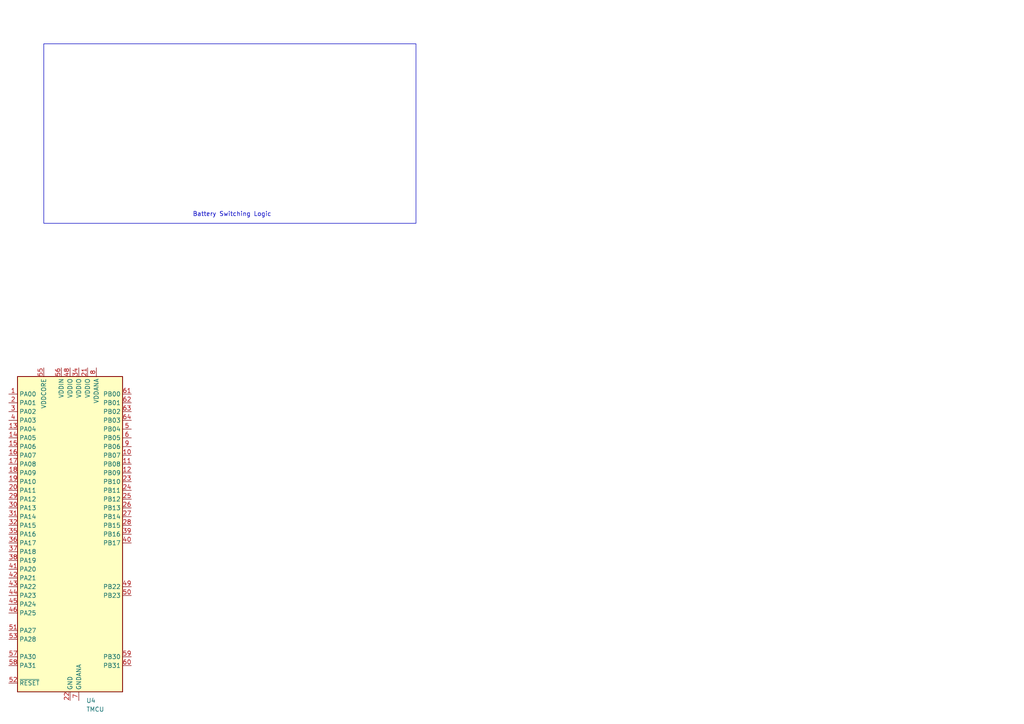
<source format=kicad_sch>
(kicad_sch (version 20250114) (generator "eeschema") (generator_version "9.0")
  (paper "A4")
  (rectangle (start 12.7 12.7) (end 120.65 64.77))
  (text "Battery Switching Logic" (at 67.31 62.23 0) (effects (font (size 1.27 1.27))))
  (junction (at 194.31 -83.82))
  (junction (at 314.96 -39.37))
  (junction (at -152.4 104.14))
  (junction (at 364.49 -26.67))
  (junction (at 167.64 -53.34))
  (junction (at 383.54 -80.01))
  (junction (at 212.09 -83.82))
  (junction (at 158.75 -30.48))
  (junction (at 166.37 -10.16))
  (junction (at 269.24 -66.04))
  (junction (at 384.81 -80.01))
  (junction (at 176.53 -7.62))
  (junction (at 166.37 -35.56))
  (junction (at 142.24 -76.2))
  (junction (at 175.26 -55.88))
  (junction (at 144.78 -76.2))
  (junction (at 152.4 -67.31))
  (junction (at -205.74 120.65))
  (junction (at -191.77 101.6))
  (junction (at -205.74 115.57))
  (junction (at 241.3 -66.04))
  (junction (at -184.15 120.65))
  (junction (at 364.49 -39.37))
  (junction (at 203.2 -83.82))
  (junction (at 208.28 -38.1))
  (junction (at -156.21 104.14))
  (junction (at 140.97 -30.48))
  (junction (at 374.65 -39.37))
  (junction (at 392.43 -39.37))
  (junction (at -170.18 101.6))
  (junction (at 190.5 -38.1))
  (junction (at 190.5 -27.94))
  (junction (at 170.18 -81.28))
  (junction (at 170.18 -55.88))
  (junction (at 266.7 -66.04))
  (junction (at 414.02 -39.37))
  (junction (at 144.78 -67.31))
  (junction (at 190.5 -81.28))
  (junction (at 171.45 -10.16))
  (junction (at 148.59 -21.59))
  (junction (at 194.31 -73.66))
  (junction (at 152.4 -76.2))
  (junction (at 327.66 -80.01))
  (junction (at 381 -39.37))
  (junction (at 356.87 -80.01))
  (junction (at 373.38 -80.01))
  (junction (at 148.59 -30.48))
  (junction (at 180.34 -53.34))
  (junction (at 410.21 -39.37))
  (junction (at 186.69 -35.56))
  (junction (at -181.61 101.6))
  (junction (at 281.94 -66.04))
  (junction (at 265.43 -66.04))
  (junction (at 335.28 -39.37))
  (junction (at -177.8 114.3))
  (junction (at 138.43 -30.48))
  (junction (at 162.56 -76.2))
  (junction (at 186.69 -38.1))
  (junction (at -201.93 101.6))
  (junction (at 199.39 -38.1))
  (junction (at 190.5 -83.82))
  (junction (at 245.11 -38.1))
  (junction (at 402.59 -80.01))
  (junction (at 391.16 -39.37))
  (junction (at 307.34 -80.01))
  (junction (at 356.87 -67.31))
  (junction (at -193.04 107.95))
  (junction (at 367.03 -80.01))
  (junction (at 406.4 -80.01))
  (junction (at 163.83 -7.62))
  (no_connect (at -205.74 129.54))
  (no_connect (at -205.74 132.08))
  (wire (pts (xy 175.26 -53.34) (xy 175.26 -55.88)))
  (wire (pts (xy 367.03 -80.01) (xy 373.38 -80.01)))
  (wire (pts (xy 148.59 -21.59) (xy 148.59 -22.86)))
  (wire (pts (xy 148.59 -21.59) (xy 153.67 -21.59)))
  (wire (pts (xy 245.11 -38.1) (xy 245.11 -45.72)))
  (wire (pts (xy 148.59 -30.48) (xy 158.75 -30.48)))
  (wire (pts (xy 356.87 -34.29) (xy 364.49 -26.67)))
  (wire (pts (xy 203.2 -83.82) (xy 194.31 -83.82)))
  (wire (pts (xy -220.98 143.51) (xy -220.98 139.7)))
  (wire (pts (xy 138.43 -35.56) (xy 139.7 -35.56)))
  (wire (pts (xy 142.24 -76.2) (xy 144.78 -76.2)))
  (wire (pts (xy 170.18 -66.04) (xy 170.18 -55.88)))
  (wire (pts (xy 335.28 -21.59) (xy 335.28 -19.05)))
  (wire (pts (xy 335.28 -39.37) (xy 336.55 -39.37)))
  (wire (pts (xy 137.16 -76.2) (xy 142.24 -76.2)))
  (wire (pts (xy -205.74 115.57) (xy -181.61 115.57)))
  (wire (pts (xy 190.5 -38.1) (xy 186.69 -38.1)))
  (wire (pts (xy 168.91 -81.28) (xy 170.18 -81.28)))
  (wire (pts (xy 173.99 -7.62) (xy 176.53 -7.62)))
  (wire (pts (xy 179.07 -7.62) (xy 179.07 -10.16)))
  (wire (pts (xy 190.5 -81.28) (xy 190.5 -78.74)))
  (wire (pts (xy 163.83 -10.16) (xy 163.83 -7.62)))
  (wire (pts (xy 158.75 -30.48) (xy 158.75 -27.94)))
  (wire (pts (xy 248.92 -58.42) (xy 255.27 -58.42)))
  (wire (pts (xy 173.99 -10.16) (xy 173.99 -7.62)))
  (wire (pts (xy -205.74 119.38) (xy -205.74 120.65)))
  (wire (pts (xy 384.81 -80.01) (xy 387.35 -80.01)))
  (wire (pts (xy 137.16 -67.31) (xy 144.78 -67.31)))
  (wire (pts (xy 186.69 -38.1) (xy 186.69 -35.56)))
  (wire (pts (xy 265.43 -66.04) (xy 266.7 -66.04)))
  (wire (pts (xy 241.3 -66.04) (xy 243.84 -66.04)))
  (wire (pts (xy 384.81 -80.01) (xy 384.81 -77.47)))
  (wire (pts (xy 245.11 -38.1) (xy 255.27 -38.1)))
  (wire (pts (xy 406.4 -80.01) (xy 417.83 -80.01)))
  (wire (pts (xy 180.34 -53.34) (xy 182.88 -53.34)))
  (wire (pts (xy 166.37 -20.32) (xy 166.37 -10.16)))
  (wire (pts (xy 364.49 -25.4) (xy 364.49 -26.67)))
  (wire (pts (xy 212.09 -83.82) (xy 220.98 -83.82)))
  (wire (pts (xy 327.66 -69.85) (xy 328.93 -69.85)))
  (wire (pts (xy 328.93 -74.93) (xy 327.66 -76.2)))
  (wire (pts (xy 199.39 -38.1) (xy 190.5 -38.1)))
  (wire (pts (xy -193.04 107.95) (xy -189.23 107.95)))
  (wire (pts (xy -184.15 121.92) (xy -184.15 120.65)))
  (wire (pts (xy -181.61 115.57) (xy -181.61 104.14)))
  (wire (pts (xy 364.49 -27.94) (xy 364.49 -26.67)))
  (wire (pts (xy 186.69 -27.94) (xy 190.5 -27.94)))
  (wire (pts (xy 234.95 -66.04) (xy 241.3 -66.04)))
  (wire (pts (xy 165.1 -35.56) (xy 166.37 -35.56)))
  (wire (pts (xy 185.42 -53.34) (xy 185.42 -55.88)))
  (wire (pts (xy 392.43 -39.37) (xy 392.43 -36.83)))
  (wire (pts (xy 170.18 -83.82) (xy 170.18 -81.28)))
  (wire (pts (xy 138.43 -35.56) (xy 138.43 -30.48)))
  (wire (pts (xy 144.78 -76.2) (xy 144.78 -74.93)))
  (wire (pts (xy 148.59 -20.32) (xy 148.59 -21.59)))
  (wire (pts (xy 194.31 -83.82) (xy 190.5 -83.82)))
  (wire (pts (xy 157.48 -71.12) (xy 157.48 -67.31)))
  (wire (pts (xy 152.4 -66.04) (xy 152.4 -67.31)))
  (wire (pts (xy 242.57 -50.8) (xy 245.11 -50.8)))
  (wire (pts (xy -205.74 101.6) (xy -201.93 101.6)))
  (wire (pts (xy 133.35 -30.48) (xy 138.43 -30.48)))
  (wire (pts (xy -191.77 101.6) (xy -181.61 101.6)))
  (wire (pts (xy 208.28 -38.1) (xy 217.17 -38.1)))
  (wire (pts (xy 265.43 -66.04) (xy 265.43 -50.8)))
  (wire (pts (xy -177.8 114.3) (xy -177.8 102.87)))
  (wire (pts (xy -170.18 101.6) (xy -165.1 101.6)))
  (wire (pts (xy 171.45 -7.62) (xy 171.45 -10.16)))
  (wire (pts (xy 152.4 -67.31) (xy 157.48 -67.31)))
  (wire (pts (xy -144.78 105.41) (xy -146.05 104.14)))
  (wire (pts (xy 242.57 -50.8) (xy 242.57 -64.77)))
  (wire (pts (xy 170.18 -71.12) (xy 157.48 -71.12)))
  (wire (pts (xy 140.97 -30.48) (xy 140.97 -29.21)))
  (wire (pts (xy 158.75 -27.94) (xy 166.37 -27.94)))
  (wire (pts (xy 356.87 -80.01) (xy 367.03 -80.01)))
  (wire (pts (xy -165.1 127) (xy -165.1 130.81)))
  (wire (pts (xy 166.37 -10.16) (xy 171.45 -10.16)))
  (wire (pts (xy 266.7 -66.04) (xy 269.24 -66.04)))
  (wire (pts (xy 335.28 -29.21) (xy 336.55 -29.21)))
  (wire (pts (xy 381 -24.13) (xy 381 -17.78)))
  (wire (pts (xy 402.59 -80.01) (xy 406.4 -80.01)))
  (wire (pts (xy 400.05 -80.01) (xy 402.59 -80.01)))
  (wire (pts (xy 158.75 -30.48) (xy 166.37 -30.48)))
  (wire (pts (xy 138.43 -30.48) (xy 140.97 -30.48)))
  (wire (pts (xy 349.25 -80.01) (xy 356.87 -80.01)))
  (wire (pts (xy 144.78 -76.2) (xy 152.4 -76.2)))
  (wire (pts (xy -205.74 120.65) (xy -184.15 120.65)))
  (wire (pts (xy 162.56 -76.2) (xy 162.56 -73.66)))
  (wire (pts (xy 170.18 -55.88) (xy 175.26 -55.88)))
  (wire (pts (xy 314.96 -36.83) (xy 314.96 -39.37)))
  (wire (pts (xy 162.56 -73.66) (xy 170.18 -73.66)))
  (wire (pts (xy 167.64 -53.34) (xy 170.18 -53.34)))
  (wire (pts (xy 311.15 -39.37) (xy 314.96 -39.37)))
  (wire (pts (xy 212.09 -83.82) (xy 203.2 -83.82)))
  (wire (pts (xy 373.38 -64.77) (xy 373.38 -58.42)))
  (wire (pts (xy 266.7 -69.85) (xy 266.7 -66.04)))
  (wire (pts (xy 167.64 -55.88) (xy 170.18 -55.88)))
  (wire (pts (xy 194.31 -72.39) (xy 194.31 -73.66)))
  (wire (pts (xy -201.93 101.6) (xy -191.77 101.6)))
  (wire (pts (xy -205.74 120.65) (xy -205.74 121.92)))
  (wire (pts (xy 177.8 -55.88) (xy 177.8 -53.34)))
  (wire (pts (xy 177.8 -53.34) (xy 180.34 -53.34)))
  (wire (pts (xy 314.96 -39.37) (xy 335.28 -39.37)))
  (wire (pts (xy 281.94 -66.04) (xy 283.21 -66.04)))
  (wire (pts (xy 374.65 -39.37) (xy 381 -39.37)))
  (wire (pts (xy 152.4 -67.31) (xy 152.4 -68.58)))
  (wire (pts (xy 182.88 -53.34) (xy 182.88 -55.88)))
  (wire (pts (xy -184.15 120.65) (xy -177.8 120.65)))
  (wire (pts (xy 190.5 -83.82) (xy 190.5 -81.28)))
  (wire (pts (xy -205.74 115.57) (xy -205.74 116.84)))
  (wire (pts (xy -152.4 104.14) (xy -152.4 114.3)))
  (wire (pts (xy 335.28 -39.37) (xy 335.28 -35.56)))
  (wire (pts (xy -193.04 107.95) (xy -193.04 109.22)))
  (wire (pts (xy 163.83 -7.62) (xy 166.37 -7.62)))
  (wire (pts (xy -152.4 104.14) (xy -146.05 104.14)))
  (wire (pts (xy 190.5 -26.67) (xy 190.5 -27.94)))
  (wire (pts (xy 373.38 -80.01) (xy 383.54 -80.01)))
  (wire (pts (xy 190.5 -73.66) (xy 194.31 -73.66)))
  (wire (pts (xy 165.1 -53.34) (xy 167.64 -53.34)))
  (wire (pts (xy 391.16 -39.37) (xy 392.43 -39.37)))
  (wire (pts (xy 327.66 -62.23) (xy 327.66 -59.69)))
  (wire (pts (xy 153.67 -25.4) (xy 153.67 -21.59)))
  (wire (pts (xy -205.74 114.3) (xy -205.74 115.57)))
  (wire (pts (xy 414.02 -39.37) (xy 425.45 -39.37)))
  (wire (pts (xy 327.66 -80.01) (xy 328.93 -80.01)))
  (wire (pts (xy 410.21 -39.37) (xy 414.02 -39.37)))
  (wire (pts (xy 356.87 -39.37) (xy 364.49 -39.37)))
  (wire (pts (xy 137.16 -73.66) (xy 137.16 -67.31)))
  (wire (pts (xy 356.87 -76.2) (xy 356.87 -80.01)))
  (wire (pts (xy -177.8 102.87) (xy -144.78 102.87)))
  (wire (pts (xy -177.8 120.65) (xy -177.8 114.3)))
  (wire (pts (xy 166.37 -38.1) (xy 166.37 -35.56)))
  (wire (pts (xy 161.29 -7.62) (xy 163.83 -7.62)))
  (wire (pts (xy 269.24 -66.04) (xy 281.94 -66.04)))
  (wire (pts (xy 162.56 -76.2) (xy 170.18 -76.2)))
  (wire (pts (xy 152.4 -76.2) (xy 162.56 -76.2)))
  (wire (pts (xy 307.34 -80.01) (xy 327.66 -80.01)))
  (wire (pts (xy 142.24 -81.28) (xy 142.24 -76.2)))
  (wire (pts (xy 186.69 -35.56) (xy 186.69 -33.02)))
  (wire (pts (xy -181.61 104.14) (xy -156.21 104.14)))
  (wire (pts (xy 383.54 -80.01) (xy 384.81 -80.01)))
  (wire (pts (xy 327.66 -80.01) (xy 327.66 -76.2)))
  (wire (pts (xy 384.81 -77.47) (xy 387.35 -77.47)))
  (wire (pts (xy 364.49 -39.37) (xy 374.65 -39.37)))
  (wire (pts (xy 180.34 -55.88) (xy 180.34 -53.34)))
  (wire (pts (xy 181.61 -7.62) (xy 181.61 -10.16)))
  (wire (pts (xy 163.83 -10.16) (xy 166.37 -10.16)))
  (wire (pts (xy -181.61 101.6) (xy -170.18 101.6)))
  (wire (pts (xy 140.97 -30.48) (xy 148.59 -30.48)))
  (wire (pts (xy -193.04 106.68) (xy -193.04 107.95)))
  (wire (pts (xy -205.74 106.68) (xy -200.66 106.68)))
  (wire (pts (xy 190.5 -27.94) (xy 190.5 -30.48)))
  (wire (pts (xy 392.43 -36.83) (xy 394.97 -36.83)))
  (wire (pts (xy -205.74 109.22) (xy -200.66 109.22)))
  (wire (pts (xy 356.87 -68.58) (xy 356.87 -67.31)))
  (wire (pts (xy 142.24 -81.28) (xy 143.51 -81.28)))
  (wire (pts (xy 167.64 -55.88) (xy 167.64 -53.34)))
  (wire (pts (xy 254 -66.04) (xy 265.43 -66.04)))
  (wire (pts (xy 242.57 -64.77) (xy 241.3 -66.04)))
  (wire (pts (xy 194.31 -73.66) (xy 194.31 -76.2)))
  (wire (pts (xy 356.87 -66.04) (xy 356.87 -67.31)))
  (wire (pts (xy 392.43 -39.37) (xy 394.97 -39.37)))
  (wire (pts (xy 303.53 -80.01) (xy 307.34 -80.01)))
  (wire (pts (xy 407.67 -39.37) (xy 410.21 -39.37)))
  (wire (pts (xy -156.21 104.14) (xy -152.4 104.14)))
  (wire (pts (xy 176.53 -7.62) (xy 179.07 -7.62)))
  (wire (pts (xy 336.55 -34.29) (xy 335.28 -35.56)))
  (wire (pts (xy 307.34 -77.47) (xy 307.34 -80.01)))
  (wire (pts (xy 349.25 -74.93) (xy 356.87 -67.31)))
  (wire (pts (xy 208.28 -38.1) (xy 199.39 -38.1)))
  (wire (pts (xy 381 -39.37) (xy 391.16 -39.37)))
  (wire (pts (xy 364.49 -35.56) (xy 364.49 -39.37)))
  (wire (pts (xy 166.37 -25.4) (xy 153.67 -25.4)))
  (wire (pts (xy 176.53 -10.16) (xy 176.53 -7.62)))
  (global_label "D-" (shape input) (at -144.78 105.41 0) (property "Intersheetrefs" "${INTERSHEET_REFS}" (effects (hide yes))))
  (global_label "POWAAAA" (shape input) (at 283.21 -66.04 0) (property "Intersheetrefs" "${INTERSHEET_REFS}" (effects (hide yes))))
  (global_label "POWAAAA" (shape input) (at 303.53 -39.37 180) (property "Intersheetrefs" "${INTERSHEET_REFS}" (effects (hide yes))))
  (global_label "D+" (shape input) (at -82.55 243.84 0) (property "Intersheetrefs" "${INTERSHEET_REFS}" (effects (hide yes))))
  (global_label "RESET_PROG" (shape input) (at -307.34 3.81 0) (property "Intersheetrefs" "${INTERSHEET_REFS}" (effects (hide yes))))
  (global_label "SWCLK_PROG" (shape input) (at -320.04 1.27 180) (property "Intersheetrefs" "${INTERSHEET_REFS}" (effects (hide yes))))
  (global_label "RESET_PROG" (shape input) (at -320.04 3.81 180) (property "Intersheetrefs" "${INTERSHEET_REFS}" (effects (hide yes))))
  (global_label "usbc" (shape input) (at 217.17 -38.1 0) (property "Intersheetrefs" "${INTERSHEET_REFS}" (effects (hide yes))))
  (global_label "SWDIO_PROG" (shape input) (at -320.04 -1.27 180) (property "Intersheetrefs" "${INTERSHEET_REFS}" (effects (hide yes))))
  (global_label "D-" (shape input) (at -82.55 246.38 0) (property "Intersheetrefs" "${INTERSHEET_REFS}" (effects (hide yes))))
  (global_label "SWDIO_PROG" (shape input) (at -306.07 -1.27 0) (property "Intersheetrefs" "${INTERSHEET_REFS}" (effects (hide yes))))
  (global_label "SWCLK_PROG" (shape input) (at -306.07 1.27 0) (property "Intersheetrefs" "${INTERSHEET_REFS}" (effects (hide yes))))
  (global_label "bat" (shape input) (at 220.98 -83.82 0) (property "Intersheetrefs" "${INTERSHEET_REFS}" (effects (hide yes))))
  (global_label "D+" (shape input) (at -144.78 102.87 0) (property "Intersheetrefs" "${INTERSHEET_REFS}" (effects (hide yes))))
  (global_label "usbc" (shape input) (at 266.7 -77.47 90) (property "Intersheetrefs" "${INTERSHEET_REFS}" (effects (hide yes))))
  (global_label "bat" (shape input) (at 234.95 -66.04 180) (property "Intersheetrefs" "${INTERSHEET_REFS}" (effects (hide yes))))
  (symbol (lib_id "Regulator_Linear:AP2112K-3.3") (at 402.59 -36.83 0) (unit 1)
    (property "Reference" "U15" (at 402.59 -45.72 0))
    (property "Value" "AP2112K-3.3" (at 402.59 -43.18 0))
    (property "Footprint" "Package_TO_SOT_SMD:SOT-23-5" (effects (hide yes)))
    (property "Datasheet" "https://www.diodes.com/assets/Datasheets/AP2112.pdf" (effects (hide yes)))
    (property "Description" "600mA low dropout linear regulator, with enable pin, 3.8V-6V input voltage range, 3.3V fixed positive output, SOT-23-5" (effects (hide yes)))
  )
  (symbol (lib_id "Device:C_Polarized_US") (at 208.28 -34.29 0) (unit 1)
    (property "Reference" "C39" (at 210.566 -36.576 0) (effects (justify left)))
    (property "Value" "100u" (at 210.312 -30.734 0) (effects (justify left)))
    (property "Footprint" "Capacitor_THT:CP_Radial_D4.0mm_P2.00mm" (effects (hide yes)))
    (property "Description" "Polarized capacitor, US symbol" (effects (hide yes)))
  )
  (symbol (lib_id "power:+5V") (at 281.94 -66.04 0) (unit 1)
    (property "Reference" "#PWR07" (effects (hide yes)))
    (property "Value" "+5V" (at 281.94 -69.85 0))
    (property "Description" "Power symbol creates a global label with name \"+5V\"" (effects (hide yes)))
  )
  (symbol (lib_id "power:GND") (at 314.96 -29.21 0) (unit 1)
    (property "Reference" "#PWR0143" (effects (hide yes)))
    (property "Value" "GND" (at 310.388 -29.718 0))
    (property "Description" "Power symbol creates a global label with name \"GND\" , ground" (effects (hide yes)))
  )
  (symbol (lib_id "RF:SX1276") (at 344.17 247.65 0) (unit 1)
    (property "Reference" "U7" (at 346.3133 275.59 0) (effects (justify left)))
    (property "Value" "SX1276" (at 346.3133 278.13 0) (effects (justify left)))
    (property "Footprint" "Package_DFN_QFN:QFN-28-1EP_6x6mm_P0.65mm_EP4.8x4.8mm" (effects (hide yes)))
    (property "Datasheet" "https://semtech.my.salesforce.com/sfc/p/#E0000000JelG/a/2R0000001Rbr/6EfVZUorrpoKFfvaF_Fkpgp5kzjiNyiAbqcpqh9qSjE" (effects (hide yes)))
    (property "Description" "137 MHz to 1020 MHz Low Power Long Range Transceiver, spreading factor from 6 to 12, LoRA, QFN-28" (effects (hide yes)))
  )
  (symbol (lib_id "power:GND") (at -82.55 190.5 90) (unit 1)
    (property "Reference" "#PWR04" (effects (hide yes)))
    (property "Value" "GND" (at -77.47 190.4999 90) (effects (justify right)))
    (property "Description" "Power symbol creates a global label with name \"GND\" , ground" (effects (hide yes)))
  )
  (symbol (lib_id "power:+3.3V") (at 406.4 -80.01 0) (unit 1)
    (property "Reference" "#PWR0213" (effects (hide yes)))
    (property "Value" "+3.3V" (at 406.4 -85.09 0))
    (property "Description" "Power symbol creates a global label with name \"+3.3V\"" (effects (hide yes)))
  )
  (symbol (lib_id "Regulator_Linear:AP2112K-3.3") (at 394.97 -77.47 0) (unit 1)
    (property "Reference" "U17" (at 394.97 -86.36 0))
    (property "Value" "AP2112K-3.3" (at 394.97 -83.82 0))
    (property "Footprint" "Package_TO_SOT_SMD:SOT-23-5" (effects (hide yes)))
    (property "Datasheet" "https://www.diodes.com/assets/Datasheets/AP2112.pdf" (effects (hide yes)))
    (property "Description" "600mA low dropout linear regulator, with enable pin, 3.8V-6V input voltage range, 3.3V fixed positive output, SOT-23-5" (effects (hide yes)))
  )
  (symbol (lib_id "power:GND") (at 307.34 -69.85 0) (unit 1)
    (property "Reference" "#PWR0147" (effects (hide yes)))
    (property "Value" "GND" (at 302.768 -70.358 0))
    (property "Description" "Power symbol creates a global label with name \"GND\" , ground" (effects (hide yes)))
  )
  (symbol (lib_id "Device:LED") (at 425.45 -27.94 90) (unit 1)
    (property "Reference" "D22" (at 429.26 -27.6226 90) (effects (justify right)))
    (property "Value" "LED" (at 429.26 -25.0826 90) (effects (justify right)))
    (property "Footprint" "LED_SMD:LED_0201_0603Metric" (effects (hide yes)))
    (property "Description" "Light emitting diode" (effects (hide yes)))
    (property "Sim.Pins" "1=K 2=A" (effects (hide yes)))
  )
  (symbol (lib_id "Device:C") (at 269.24 -62.23 0) (unit 1)
    (property "Reference" "C28" (at 273.05 -63.5001 0) (effects (justify left)))
    (property "Value" "10uF" (at 273.05 -60.9601 0) (effects (justify left)))
    (property "Footprint" "Capacitor_SMD:C_0603_1608Metric" (effects (hide yes)))
    (property "Description" "Unpolarized capacitor" (effects (hide yes)))
  )
  (symbol (lib_id "Device:R") (at 152.4 -72.39 0) (unit 1)
    (property "Reference" "R40" (at 154.94 -73.6601 0) (effects (justify left)))
    (property "Value" "100k" (at 154.94 -71.1201 0) (effects (justify left)))
    (property "Footprint" "Resistor_SMD:R_0603_1608Metric" (effects (hide yes)))
    (property "Description" "Resistor" (effects (hide yes)))
  )
  (symbol (lib_id "power:GND") (at 175.26 -53.34 0) (unit 1)
    (property "Reference" "#PWR0130" (effects (hide yes)))
    (property "Value" "GND" (at 175.26 -48.26 0))
    (property "Description" "Power symbol creates a global label with name \"GND\" , ground" (effects (hide yes)))
  )
  (symbol (lib_id "Regulator_Switching:TPS82130") (at 339.09 -74.93 0) (unit 1)
    (property "Reference" "U10" (at 339.09 -87.63 0))
    (property "Value" "TPS82130" (at 339.09 -85.09 0))
    (property "Footprint" "Package_LGA:Texas_SIL0008D_MicroSiP-8-1EP_2.8x3mm_P0.65mm_EP1.1x1.9mm_ThermalVias" (effects (hide yes)))
    (property "Datasheet" "http://www.ti.com/lit/ds/symlink/tps82130.pdf" (effects (hide yes)))
    (property "Description" "17V Input 3A Step-Down Converter MicroSiP Module with Integrated Inductor, μSiL-8" (effects (hide yes)))
  )
  (symbol (lib_id "power:GND") (at 165.1 -53.34 0) (unit 1)
    (property "Reference" "#PWR039" (effects (hide yes)))
    (property "Value" "GND" (at 165.1 -48.26 0))
    (property "Description" "Power symbol creates a global label with name \"GND\" , ground" (effects (hide yes)))
  )
  (symbol (lib_id "Device:R") (at 417.83 -76.2 0) (unit 1)
    (property "Reference" "R55" (at 420.37 -77.4701 0) (effects (justify left)))
    (property "Value" "330" (at 420.37 -74.9301 0) (effects (justify left)))
    (property "Footprint" "Resistor_SMD:R_0603_1608Metric" (effects (hide yes)))
    (property "Description" "Resistor" (effects (hide yes)))
  )
  (symbol (lib_id "power:GND") (at 335.28 -19.05 0) (unit 1)
    (property "Reference" "#PWR0201" (effects (hide yes)))
    (property "Value" "GND" (at 330.708 -19.558 0))
    (property "Description" "Power symbol creates a global label with name \"GND\" , ground" (effects (hide yes)))
  )
  (symbol (lib_id "power:GND") (at -82.55 172.72 90) (unit 1)
    (property "Reference" "#PWR01" (effects (hide yes)))
    (property "Value" "GND" (at -77.47 172.7199 90) (effects (justify right)))
    (property "Description" "Power symbol creates a global label with name \"GND\" , ground" (effects (hide yes)))
  )
  (symbol (lib_id "Device:R") (at 364.49 -21.59 0) (unit 1)
    (property "Reference" "R45" (at 367.03 -22.8601 0) (effects (justify left)))
    (property "Value" "100k" (at 367.03 -20.3201 0) (effects (justify left)))
    (property "Footprint" "Resistor_SMD:R_0603_1608Metric" (effects (hide yes)))
    (property "Description" "Resistor" (effects (hide yes)))
  )
  (symbol (lib_id "Device:R") (at -196.85 106.68 90) (unit 1)
    (property "Reference" "R17" (at -196.596 104.394 90))
    (property "Value" "5k1" (at -196.596 106.934 90))
    (property "Footprint" "Resistor_SMD:R_0603_1608Metric" (effects (hide yes)))
    (property "Description" "Resistor" (effects (hide yes)))
  )
  (symbol (lib_id "Device:R") (at 364.49 -31.75 0) (unit 1)
    (property "Reference" "R44" (at 367.03 -33.0201 0) (effects (justify left)))
    (property "Value" "350k" (at 367.03 -30.4801 0) (effects (justify left)))
    (property "Footprint" "Resistor_SMD:R_0603_1608Metric" (effects (hide yes)))
    (property "Description" "Resistor" (effects (hide yes)))
  )
  (symbol (lib_id "power:VBUS") (at 125.73 -30.48 90) (unit 1)
    (property "Reference" "#PWR0208" (effects (hide yes)))
    (property "Value" "VBUS" (at 120.65 -30.48 0))
    (property "Description" "Power symbol creates a global label with name \"VBUS\"" (effects (hide yes)))
  )
  (symbol (lib_id "Device:LED") (at 373.38 -68.58 90) (unit 1)
    (property "Reference" "D26" (at 381 -66.9925 0))
    (property "Value" "LED" (at 378.46 -66.9925 0))
    (property "Footprint" "LED_SMD:LED_0201_0603Metric" (effects (hide yes)))
    (property "Description" "Light emitting diode" (effects (hide yes)))
    (property "Sim.Pins" "1=K 2=A" (effects (hide yes)))
  )
  (symbol (lib_id "power:GND") (at 339.09 -64.77 0) (unit 1)
    (property "Reference" "#PWR050" (effects (hide yes)))
    (property "Value" "GND" (at 339.09 -58.42 0))
    (property "Description" "Power symbol creates a global label with name \"GND\" , ground" (effects (hide yes)))
  )
  (symbol (lib_id "power:GND") (at 208.28 -30.48 0) (unit 1)
    (property "Reference" "#PWR0146" (effects (hide yes)))
    (property "Value" "GND" (at 208.28 -25.4 0))
    (property "Description" "Power symbol creates a global label with name \"GND\" , ground" (effects (hide yes)))
  )
  (symbol (lib_id "Power_Management:LTC4412xS6") (at 255.27 -48.26 0) (unit 1)
    (property "Reference" "U13" (at 257.4133 -60.96 0) (effects (justify left)))
    (property "Value" "LTC4412xS6" (at 257.4133 -58.42 0) (effects (justify left)))
    (property "Footprint" "Package_TO_SOT_SMD:TSOT-23-6" (effects (hide yes)))
    (property "Datasheet" "https://www.analog.com/media/en/technical-documentation/data-sheets/4412fb.pdf" (effects (hide yes)))
    (property "Description" "Low Loss PowerPath Controller, TSOT-23-6" (effects (hide yes)))
  )
  (symbol (lib_id "Device:R") (at 356.87 -62.23 0) (unit 1)
    (property "Reference" "R53" (at 359.41 -63.5001 0) (effects (justify left)))
    (property "Value" "100k" (at 359.41 -60.9601 0) (effects (justify left)))
    (property "Footprint" "Resistor_SMD:R_0603_1608Metric" (effects (hide yes)))
    (property "Description" "Resistor" (effects (hide yes)))
  )
  (symbol (lib_id "Device:C") (at 199.39 -34.29 0) (unit 1)
    (property "Reference" "C38" (at 201.422 -36.322 0) (effects (justify left)))
    (property "Value" "2u2" (at 200.66 -30.48 0) (effects (justify left)))
    (property "Footprint" "Capacitor_SMD:C_0603_1608Metric" (effects (hide yes)))
    (property "Description" "Unpolarized capacitor" (effects (hide yes)))
  )
  (symbol (lib_id "power:GND") (at 144.78 -67.31 0) (unit 1)
    (property "Reference" "#PWR037" (effects (hide yes)))
    (property "Value" "GND" (at 144.78 -62.23 0))
    (property "Description" "Power symbol creates a global label with name \"GND\" , ground" (effects (hide yes)))
  )
  (symbol (lib_id "Device:R") (at -196.85 109.22 90) (unit 1)
    (property "Reference" "R18" (at -196.596 111.252 90))
    (property "Value" "5k1" (at -196.85 109.22 90))
    (property "Footprint" "Resistor_SMD:R_0603_1608Metric" (effects (hide yes)))
    (property "Description" "Resistor" (effects (hide yes)))
  )
  (symbol (lib_id "Diode:PMEG6020ER") (at 129.54 -30.48 180) (unit 1)
    (property "Reference" "D24" (at 127.254 -40.64 0))
    (property "Value" "PMEG6020ER" (at 127.254 -38.1 0))
    (property "Footprint" "Diode_SMD:Nexperia_CFP3_SOD-123W" (effects (hide yes)))
    (property "Datasheet" "https://assets.nexperia.com/documents/data-sheet/PMEG6020ER.pdf" (effects (hide yes)))
    (property "Description" "60V, 2A low Vf MEGA Schottky barrier rectifier, SOD-123W" (effects (hide yes)))
  )
  (symbol (lib_id "MK20DX256VLH7:MK20DX256VLH7") (at -113.03 198.12 0) (unit 1)
    (property "Reference" "U1" (at -113.284 137.668 0))
    (property "Value" "MMCU" (at -113.284 140.208 0))
    (property "Footprint" "MK20DX256VLH7:QFP50P1200X1200X160-64N" (effects (hide yes)))
    (property "MF" "NXP USA" (effects (hide yes)))
    (property "Description_1" "ARM® Cortex®-M4 Kinetis K20 Microcontroller IC 32-Bit Single-Core 72MHz 256KB (256K x 8) FLASH 64-LQFP (10x10)" (effects (hide yes)))
    (property "Package" "LQFP-64 Freescale Semiconductor" (effects (hide yes)))
    (property "Price" "None" (effects (hide yes)))
    (property "SnapEDA_Link" "https://www.snapeda.com/parts/MK20DX256VLH7/NXP+Semiconductors/view-part/?ref=snap" (effects (hide yes)))
    (property "MP" "MK20DX256VLH7" (effects (hide yes)))
    (property "Availability" "In Stock" (effects (hide yes)))
    (property "Check_prices" "https://www.snapeda.com/parts/MK20DX256VLH7/NXP+Semiconductors/view-part/?ref=eda" (effects (hide yes)))
    (property "Sim.Library" ".\\" (effects (hide yes)))
  )
  (symbol (lib_id "Device:R") (at 148.59 -26.67 0) (unit 1)
    (property "Reference" "R48" (at 151.13 -27.9401 0) (effects (justify left)))
    (property "Value" "100k" (at 151.13 -25.4001 0) (effects (justify left)))
    (property "Footprint" "Resistor_SMD:R_0603_1608Metric" (effects (hide yes)))
    (property "Description" "Resistor" (effects (hide yes)))
  )
  (symbol (lib_id "power:GND") (at 394.97 -69.85 0) (unit 1)
    (property "Reference" "#PWR0212" (effects (hide yes)))
    (property "Value" "GND" (at 394.97 -64.77 0))
    (property "Description" "Power symbol creates a global label with name \"GND\" , ground" (effects (hide yes)))
  )
  (symbol (lib_id "Device:R") (at 194.31 -68.58 0) (unit 1)
    (property "Reference" "R43" (at 196.85 -69.8501 0) (effects (justify left)))
    (property "Value" "100k" (at 196.85 -67.3101 0) (effects (justify left)))
    (property "Footprint" "Resistor_SMD:R_0603_1608Metric" (effects (hide yes)))
    (property "Description" "Resistor" (effects (hide yes)))
  )
  (symbol (lib_id "power:GND") (at 417.83 -64.77 0) (unit 1)
    (property "Reference" "#PWR0215" (effects (hide yes)))
    (property "Value" "GND" (at 417.83 -59.69 0))
    (property "Description" "Power symbol creates a global label with name \"GND\" , ground" (effects (hide yes)))
  )
  (symbol (lib_id "power:GND") (at 161.29 -7.62 0) (unit 1)
    (property "Reference" "#PWR048" (effects (hide yes)))
    (property "Value" "GND" (at 161.29 -2.54 0))
    (property "Description" "Power symbol creates a global label with name \"GND\" , ground" (effects (hide yes)))
  )
  (symbol (lib_id "power:GND") (at 245.11 -38.1 0) (unit 1)
    (property "Reference" "#PWR035" (effects (hide yes)))
    (property "Value" "GND" (at 245.11 -33.02 0))
    (property "Description" "Power symbol creates a global label with name \"GND\" , ground" (effects (hide yes)))
  )
  (symbol (lib_id "Device:C") (at 307.34 -73.66 0) (unit 1)
    (property "Reference" "C40" (at 313.69 -75.438 0) (effects (justify left)))
    (property "Value" "10uF" (at 313.69 -72.898 0) (effects (justify left)))
    (property "Footprint" "Capacitor_SMD:C_0603_1608Metric" (effects (hide yes)))
    (property "Description" "Unpolarized capacitor" (effects (hide yes)))
  )
  (symbol (lib_id "power:GND") (at 203.2 -76.2 0) (unit 1)
    (property "Reference" "#PWR0138" (effects (hide yes)))
    (property "Value" "GND" (at 203.2 -71.12 0))
    (property "Description" "Power symbol creates a global label with name \"GND\" , ground" (effects (hide yes)))
  )
  (symbol (lib_id "power:GND") (at 356.87 -58.42 0) (unit 1)
    (property "Reference" "#PWR0210" (effects (hide yes)))
    (property "Value" "GND" (at 356.87 -53.34 0))
    (property "Description" "Power symbol creates a global label with name \"GND\" , ground" (effects (hide yes)))
  )
  (symbol (lib_id "power:GND") (at 373.38 -58.42 0) (unit 1)
    (property "Reference" "#PWR051" (effects (hide yes)))
    (property "Value" "GND" (at 373.38 -53.34 0))
    (property "Description" "Power symbol creates a global label with name \"GND\" , ground" (effects (hide yes)))
  )
  (symbol (lib_id "Diode:PMEG6020ER") (at 307.34 -39.37 180) (unit 1)
    (property "Reference" "D20" (at 303.53 -36.068 0))
    (property "Value" "PMEG6020ER" (at 303.53 -33.528 0))
    (property "Footprint" "Diode_SMD:Nexperia_CFP3_SOD-123W" (effects (hide yes)))
    (property "Datasheet" "https://assets.nexperia.com/documents/data-sheet/PMEG6020ER.pdf" (effects (hide yes)))
    (property "Description" "60V, 2A low Vf MEGA Schottky barrier rectifier, SOD-123W" (effects (hide yes)))
  )
  (symbol (lib_id "Memory_Flash:W25Q128JVS") (at 359.41 294.64 0) (unit 1)
    (property "Reference" "U8" (at 372.11 293.3699 0) (effects (justify left)))
    (property "Value" "NAND" (at 372.11 295.9099 0) (effects (justify left)))
    (property "Footprint" "Package_SO:SOIC-8_5.3x5.3mm_P1.27mm" (effects (hide yes)))
    (property "Datasheet" "https://www.winbond.com/resource-files/w25q128jv_dtr%20revc%2003272018%20plus.pdf" (effects (hide yes)))
    (property "Description" "128Mbit / 16MiB Serial Flash Memory, Standard/Dual/Quad SPI, 2.7-3.6V, SOIC-8" (effects (hide yes)))
  )
  (symbol (lib_id "Device:LED") (at 417.83 -68.58 90) (unit 1)
    (property "Reference" "D27" (at 421.64 -68.2626 90) (effects (justify right)))
    (property "Value" "LED" (at 421.64 -65.7226 90) (effects (justify right)))
    (property "Footprint" "LED_SMD:LED_0201_0603Metric" (effects (hide yes)))
    (property "Description" "Light emitting diode" (effects (hide yes)))
    (property "Sim.Pins" "1=K 2=A" (effects (hide yes)))
  )
  (symbol (lib_id "power:GND") (at 170.18 -53.34 0) (unit 1)
    (property "Reference" "#PWR040" (effects (hide yes)))
    (property "Value" "GND" (at 170.18 -48.26 0))
    (property "Description" "Power symbol creates a global label with name \"GND\" , ground" (effects (hide yes)))
  )
  (symbol (lib_id "power:GND") (at -220.98 143.51 0) (unit 1)
    (property "Reference" "#PWR0144" (effects (hide yes)))
    (property "Value" "GND" (at -220.98 148.59 0))
    (property "Description" "Power symbol creates a global label with name \"GND\" , ground" (effects (hide yes)))
  )
  (symbol (lib_id "power:GND") (at 391.16 -31.75 0) (unit 1)
    (property "Reference" "#PWR043" (effects (hide yes)))
    (property "Value" "GND" (at 391.16 -26.67 0))
    (property "Description" "Power symbol creates a global label with name \"GND\" , ground" (effects (hide yes)))
  )
  (symbol (lib_id "Device:R") (at -181.61 97.79 0) (unit 1)
    (property "Reference" "R19" (at -187.96 92.456 0))
    (property "Value" "330" (at -187.706 90.17 0))
    (property "Footprint" "Resistor_SMD:R_0603_1608Metric" (effects (hide yes)))
    (property "Description" "Resistor" (effects (hide yes)))
  )
  (symbol (lib_id "power:GND") (at 166.37 -7.62 0) (unit 1)
    (property "Reference" "#PWR049" (effects (hide yes)))
    (property "Value" "GND" (at 166.37 -2.54 0))
    (property "Description" "Power symbol creates a global label with name \"GND\" , ground" (effects (hide yes)))
  )
  (symbol (lib_id "power:GND") (at 212.09 -76.2 0) (unit 1)
    (property "Reference" "#PWR0139" (effects (hide yes)))
    (property "Value" "GND" (at 212.09 -71.12 0))
    (property "Description" "Power symbol creates a global label with name \"GND\" , ground" (effects (hide yes)))
  )
  (symbol (lib_id "power:GND") (at 185.42 -53.34 0) (unit 1)
    (property "Reference" "#PWR0136" (effects (hide yes)))
    (property "Value" "GND" (at 185.42 -48.26 0))
    (property "Description" "Power symbol creates a global label with name \"GND\" , ground" (effects (hide yes)))
  )
  (symbol (lib_id "Device:C") (at 367.03 -76.2 0) (unit 1)
    (property "Reference" "C42" (at 370.84 -77.4701 0) (effects (justify left)))
    (property "Value" "22uF" (at 360.934 -76.962 0) (effects (justify left)))
    (property "Footprint" "Capacitor_SMD:C_0603_1608Metric" (effects (hide yes)))
    (property "Description" "Unpolarized capacitor" (effects (hide yes)))
  )
  (symbol (lib_id "Device:C") (at 383.54 -76.2 0) (unit 1)
    (property "Reference" "C43" (at 381 -85.598 0) (effects (justify left)))
    (property "Value" "1uF" (at 381 -83.058 0) (effects (justify left)))
    (property "Footprint" "Capacitor_SMD:C_0603_1608Metric" (effects (hide yes)))
    (property "Description" "Unpolarized capacitor" (effects (hide yes)))
  )
  (symbol (lib_id "A3909:A3909") (at 340.36 320.04 0) (unit 1)
    (property "Reference" "IC1" (at 340.36 304.8 0))
    (property "Value" "A3909" (at 340.36 307.34 0))
    (property "Footprint" "A3909:MSOP10-PAD" (effects (hide yes)))
    (property "MF" "Allegro MicroSystems, LLC" (effects (hide yes)))
    (property "Description_1" "Dual Full Bridge Motor Driver" (effects (hide yes)))
    (property "Package" "None" (effects (hide yes)))
    (property "Price" "None" (effects (hide yes)))
    (property "SnapEDA_Link" "https://www.snapeda.com/parts/A3909/Allegro/view-part/?ref=snap" (effects (hide yes)))
    (property "MP" "A3909" (effects (hide yes)))
    (property "Availability" "In Stock" (effects (hide yes)))
    (property "Check_prices" "https://www.snapeda.com/parts/A3909/Allegro/view-part/?ref=eda" (effects (hide yes)))
  )
  (symbol (lib_id "Device:R") (at 190.5 -34.29 0) (unit 1)
    (property "Reference" "R50" (at 193.04 -35.5601 0) (effects (justify left)))
    (property "Value" "315k" (at 193.04 -33.0201 0) (effects (justify left)))
    (property "Footprint" "Resistor_SMD:R_0603_1608Metric" (effects (hide yes)))
    (property "Description" "Resistor" (effects (hide yes)))
  )
  (symbol (lib_id "Device:R") (at 190.5 -22.86 0) (unit 1)
    (property "Reference" "R51" (at 193.04 -24.1301 0) (effects (justify left)))
    (property "Value" "100k" (at 193.04 -21.5901 0) (effects (justify left)))
    (property "Footprint" "Resistor_SMD:R_0603_1608Metric" (effects (hide yes)))
    (property "Description" "Resistor" (effects (hide yes)))
  )
  (symbol (lib_id "SLF7055T-6R8N2R8-3PF[1]:SLF7055T-6R8N2R8-3PF") (at 156.21 -81.28 0) (unit 1)
    (property "Reference" "L2" (at 156.21 -87.63 0))
    (property "Value" "SLF7055T-6R8N2R8-3PF" (at 156.21 -85.09 0))
    (property "Footprint" "Inductor_SMD:L_7.3x7.3_H4.5" (effects (hide yes)))
    (property "MF" "TDK" (effects (hide yes)))
    (property "MAXIMUM_PACKAGE_HEIGHT" "5.8 mm" (effects (hide yes)))
    (property "Package" "NON STANDARD-2 TDK" (effects (hide yes)))
    (property "Price" "None" (effects (hide yes)))
    (property "Check_prices" "https://www.snapeda.com/parts/SLF7055T-6R8N2R8-3PF/TDK/view-part/?ref=eda" (effects (hide yes)))
    (property "STANDARD" "Manufacturer Recommendations" (effects (hide yes)))
    (property "PARTREV" "N/A" (effects (hide yes)))
    (property "SnapEDA_Link" "https://www.snapeda.com/parts/SLF7055T-6R8N2R8-3PF/TDK/view-part/?ref=snap" (effects (hide yes)))
    (property "MP" "SLF7055T-6R8N2R8-3PF" (effects (hide yes)))
    (property "Description_1" "Inductor Power Shielded Wirewound 6.8uH 30% 100KHz Ferrite 2.8A 44.2mOhm DCR T/R" (effects (hide yes)))
    (property "Availability" "In Stock" (effects (hide yes)))
    (property "MANUFACTURER" "TDK" (effects (hide yes)))
  )
  (symbol (lib_id "power:GND") (at 425.45 -24.13 0) (unit 1)
    (property "Reference" "#PWR0207" (effects (hide yes)))
    (property "Value" "GND" (at 425.45 -19.05 0))
    (property "Description" "Power symbol creates a global label with name \"GND\" , ground" (effects (hide yes)))
  )
  (symbol (lib_id "Regulator_Switching:TPS61092") (at 180.34 -71.12 0) (unit 1)
    (property "Reference" "U14" (at 180.34 -90.17 0))
    (property "Value" "TPS61092" (at 180.34 -87.63 0))
    (property "Footprint" "Package_DFN_QFN:Texas_RSA_VQFN-16-1EP_4x4mm_P0.65mm_EP2.7x2.7mm_ThermalVias" (effects (hide yes)))
    (property "Datasheet" "http://www.ti.com/lit/ds/symlink/tps61090.pdf" (effects (hide yes)))
    (property "Description" "2A Step-Up DC-DC Converter for Batteries, Isw up to 2500mA, 5V Output Voltage, QFN-16" (effects (hide yes)))
  )
  (symbol (lib_id "Device:C") (at 144.78 -71.12 0) (unit 1)
    (property "Reference" "C29" (at 146.812 -74.93 0) (effects (justify left)))
    (property "Value" "10u" (at 146.812 -72.39 0) (effects (justify left)))
    (property "Footprint" "Capacitor_SMD:C_0603_1608Metric" (effects (hide yes)))
    (property "Description" "Unpolarized capacitor" (effects (hide yes)))
  )
  (symbol (lib_id "power:+3.3V") (at 414.02 -39.37 0) (unit 1)
    (property "Reference" "#PWR0205" (effects (hide yes)))
    (property "Value" "+3.3V" (at 414.02 -44.45 0))
    (property "Description" "Power symbol creates a global label with name \"+3.3V\"" (effects (hide yes)))
  )
  (symbol (lib_id "Sensor_Pressure:LPS22HB") (at 452.12 248.92 0) (unit 1)
    (property "Reference" "U5" (at 441.96 246.3799 0) (effects (justify right)))
    (property "Value" "LPS22HB" (at 441.96 248.9199 0) (effects (justify right)))
    (property "Footprint" "Package_LGA:ST_HLGA-10_2x2mm_P0.5mm_LayoutBorder3x2y" (effects (hide yes)))
    (property "Datasheet" "https://www.st.com/resource/en/datasheet/lps22hb.pdf" (effects (hide yes)))
    (property "Description" "MEMS nano pressure sensor, 260-1260 hPa, absolute digital output baromeeter, 24 bit, SPI, I2C, 0.0075 hPa noise rms, ST_HLGA-10L" (effects (hide yes)))
  )
  (symbol (lib_id "Regulator_Switching:TPS61092") (at 176.53 -25.4 0) (unit 1)
    (property "Reference" "U16" (at 176.53 -44.45 0))
    (property "Value" "TPS61092" (at 176.53 -41.91 0))
    (property "Footprint" "Package_DFN_QFN:Texas_RSA_VQFN-16-1EP_4x4mm_P0.65mm_EP2.7x2.7mm_ThermalVias" (effects (hide yes)))
    (property "Datasheet" "http://www.ti.com/lit/ds/symlink/tps61090.pdf" (effects (hide yes)))
    (property "Description" "2A Step-Up DC-DC Converter for Batteries, Isw up to 2500mA, 5V Output Voltage, QFN-16" (effects (hide yes)))
  )
  (symbol (lib_id "MCU_Microchip_SAMD:ATSAMD21J16B-A") (at 20.32 154.94 0) (unit 1)
    (property "Reference" "U4" (at 25.0033 203.2 0) (effects (justify left)))
    (property "Value" "TMCU" (at 25.0033 205.74 0) (effects (justify left)))
    (property "Footprint" "Package_QFP:TQFP-64_10x10mm_P0.5mm" (effects (hide yes)))
    (property "Datasheet" "http://ww1.microchip.com/downloads/en/DeviceDoc/SAM_D21_DA1_Family_Data%20Sheet_DS40001882E.pdf" (effects (hide yes)))
    (property "Description" "SAM D21 Microchip SMART ARM-based Flash MCU, 48Mhz, 64K Flash w/ 2K RWW, 8K SRAM, TQFP-64" (effects (hide yes)))
  )
  (symbol (lib_id "Device:R") (at 425.45 -35.56 0) (unit 1)
    (property "Reference" "R47" (at 427.99 -36.8301 0) (effects (justify left)))
    (property "Value" "330" (at 427.99 -34.2901 0) (effects (justify left)))
    (property "Footprint" "Resistor_SMD:R_0603_1608Metric" (effects (hide yes)))
    (property "Description" "Resistor" (effects (hide yes)))
  )
  (symbol (lib_id "power:+5V") (at 295.91 -80.01 90) (unit 1)
    (property "Reference" "#PWR08" (effects (hide yes)))
    (property "Value" "+5V" (at 292.1 -80.0101 90) (effects (justify left)))
    (property "Description" "Power symbol creates a global label with name \"+5V\"" (effects (hide yes)))
  )
  (symbol (lib_id "power:GND") (at -82.55 175.26 90) (unit 1)
    (property "Reference" "#PWR03" (effects (hide yes)))
    (property "Value" "GND" (at -77.47 175.2599 90) (effects (justify right)))
    (property "Description" "Power symbol creates a global label with name \"GND\" , ground" (effects (hide yes)))
  )
  (symbol (lib_id "BNO086:BNO086") (at 363.22 147.32 0) (unit 1)
    (property "Reference" "U2" (at 363.22 121.92 0))
    (property "Value" "IMU" (at 363.22 124.46 0))
    (property "Footprint" "BNO086:IC_BNO086" (effects (hide yes)))
    (property "Description" "IMU" (effects (hide yes)))
    (property "MF" "CEVA Technologies, Inc." (effects (hide yes)))
    (property "MAXIMUM_PACKAGE_HEIGHT" "1.18mm" (effects (hide yes)))
    (property "Package" "TFLGA-28 CEVA Technologies, Inc." (effects (hide yes)))
    (property "Price" "None" (effects (hide yes)))
    (property "Check_prices" "https://www.snapeda.com/parts/BNO086/CEVA+Technologies%252C+Inc./view-part/?ref=eda" (effects (hide yes)))
    (property "STANDARD" "Manufacturer Recommendations" (effects (hide yes)))
    (property "PARTREV" "v1.17" (effects (hide yes)))
    (property "SnapEDA_Link" "https://www.snapeda.com/parts/BNO086/CEVA+Technologies%252C+Inc./view-part/?ref=snap" (effects (hide yes)))
    (property "MP" "BNO086" (effects (hide yes)))
    (property "Description_1" "Accelerometer, Gyroscope, Magnetometer, Temperature, 9 Axis Sensor I2C, SPI Output" (effects (hide yes)))
    (property "Availability" "In Stock" (effects (hide yes)))
    (property "MANUFACTURER" "Hillcrest Laboratories, Inc." (effects (hide yes)))
  )
  (symbol (lib_id "power:GND") (at -82.55 193.04 90) (unit 1)
    (property "Reference" "#PWR05" (effects (hide yes)))
    (property "Value" "GND" (at -77.47 193.0399 90) (effects (justify right)))
    (property "Description" "Power symbol creates a global label with name \"GND\" , ground" (effects (hide yes)))
  )
  (symbol (lib_id "Connector:Micro_SD_Card_Det1") (at 486.41 317.5 0) (unit 1)
    (property "Reference" "J1" (at 487.045 295.91 0))
    (property "Value" "Micro_SD_Card_Det1" (at 487.045 298.45 0))
    (property "Datasheet" "https://datasheet.lcsc.com/lcsc/2110151630_XKB-Connectivity-XKTF-015-N_C381082.pdf" (effects (hide yes)))
    (property "Description" "Micro SD Card Socket with one card detection pin" (effects (hide yes)))
  )
  (symbol (lib_id "Device:C") (at 314.96 -33.02 0) (unit 1)
    (property "Reference" "C32" (at 321.31 -34.798 0) (effects (justify left)))
    (property "Value" "10uF" (at 321.31 -32.258 0) (effects (justify left)))
    (property "Footprint" "Capacitor_SMD:C_0603_1608Metric" (effects (hide yes)))
    (property "Description" "Unpolarized capacitor" (effects (hide yes)))
  )
  (symbol (lib_id "power:GND") (at 140.97 -21.59 0) (unit 1)
    (property "Reference" "#PWR046" (effects (hide yes)))
    (property "Value" "GND" (at 140.97 -16.51 0))
    (property "Description" "Power symbol creates a global label with name \"GND\" , ground" (effects (hide yes)))
  )
  (symbol (lib_id "power:GND") (at 374.65 -31.75 0) (unit 1)
    (property "Reference" "#PWR0203" (effects (hide yes)))
    (property "Value" "GND" (at 374.65 -26.67 0))
    (property "Description" "Power symbol creates a global label with name \"GND\" , ground" (effects (hide yes)))
  )
  (symbol (lib_id "MCU_Microchip_SAMD:ATSAMD21J16B-A") (at -20.32 154.94 0) (unit 1)
    (property "Reference" "U3" (at -15.6367 203.2 0) (effects (justify left)))
    (property "Value" "NMCU" (at -15.6367 205.74 0) (effects (justify left)))
    (property "Footprint" "Package_QFP:TQFP-64_10x10mm_P0.5mm" (effects (hide yes)))
    (property "Datasheet" "http://ww1.microchip.com/downloads/en/DeviceDoc/SAM_D21_DA1_Family_Data%20Sheet_DS40001882E.pdf" (effects (hide yes)))
    (property "Description" "SAM D21 Microchip SMART ARM-based Flash MCU, 48Mhz, 64K Flash w/ 2K RWW, 8K SRAM, TQFP-64" (effects (hide yes)))
  )
  (symbol (lib_id "Device:C") (at 335.28 -25.4 0) (unit 1)
    (property "Reference" "C33" (at 324.104 -25.908 0) (effects (justify left)))
    (property "Value" "3.3 nF" (at 324.104 -23.368 0) (effects (justify left)))
    (property "Footprint" "Capacitor_SMD:C_0603_1608Metric" (effects (hide yes)))
    (property "Description" "Unpolarized capacitor" (effects (hide yes)))
  )
  (symbol (lib_id "Device:C") (at 391.16 -35.56 0) (unit 1)
    (property "Reference" "C35" (at 388.62 -44.958 0) (effects (justify left)))
    (property "Value" "1uF" (at 388.62 -42.418 0) (effects (justify left)))
    (property "Footprint" "Capacitor_SMD:C_0603_1608Metric" (effects (hide yes)))
    (property "Description" "Unpolarized capacitor" (effects (hide yes)))
  )
  (symbol (lib_id "Connector_Generic:Conn_02x05_Odd_Even") (at -314.96 3.81 0) (unit 1)
    (property "Reference" "J2" (at -313.69 -7.62 0))
    (property "Value" "Conn_02x05_Odd_Even" (at -313.69 -5.08 0))
    (property "Footprint" "Connector:Tag-Connect_TC2050-IDC-FP_2x05_P1.27mm_Vertical" (effects (hide yes)))
    (property "Description" "Generic connector, double row, 02x05, odd/even pin numbering scheme (row 1 odd numbers, row 2 even numbers), script generated (kicad-library-utils/schlib/autogen/connector/)" (effects (hide yes)))
  )
  (symbol (lib_id "Device:R") (at 356.87 -72.39 0) (unit 1)
    (property "Reference" "R52" (at 359.41 -73.6601 0) (effects (justify left)))
    (property "Value" "350k" (at 359.41 -71.1201 0) (effects (justify left)))
    (property "Footprint" "Resistor_SMD:R_0603_1608Metric" (effects (hide yes)))
    (property "Description" "Resistor" (effects (hide yes)))
  )
  (symbol (lib_id "Connector:TestPoint") (at -184.15 121.92 180) (unit 1)
    (property "Reference" "TP10" (at -181.61 123.9519 0) (effects (justify right)))
    (property "Value" "TestPoint" (at -181.61 126.4919 0) (effects (justify right)))
    (property "Footprint" "TestPoint:TestPoint_Pad_1.0x1.0mm" (effects (hide yes)))
    (property "Description" "test point" (effects (hide yes)))
  )
  (symbol (lib_id "power:GND") (at 346.71 -24.13 0) (unit 1)
    (property "Reference" "#PWR041" (effects (hide yes)))
    (property "Value" "GND" (at 346.71 -17.78 0))
    (property "Description" "Power symbol creates a global label with name \"GND\" , ground" (effects (hide yes)))
  )
  (symbol (lib_id "Device:LED") (at 381 -27.94 90) (unit 1)
    (property "Reference" "D21" (at 388.62 -26.3525 0))
    (property "Value" "LED" (at 386.08 -26.3525 0))
    (property "Footprint" "LED_SMD:LED_0201_0603Metric" (effects (hide yes)))
    (property "Description" "Light emitting diode" (effects (hide yes)))
    (property "Sim.Pins" "1=K 2=A" (effects (hide yes)))
  )
  (symbol (lib_id "Device:C_Polarized_US") (at 212.09 -80.01 0) (unit 1)
    (property "Reference" "C31" (at 214.376 -82.296 0) (effects (justify left)))
    (property "Value" "100u" (at 214.122 -76.454 0) (effects (justify left)))
    (property "Footprint" "Capacitor_THT:CP_Radial_D4.0mm_P2.00mm" (effects (hide yes)))
    (property "Description" "Polarized capacitor, US symbol" (effects (hide yes)))
  )
  (symbol (lib_id "power:GND") (at 381 -17.78 0) (unit 1)
    (property "Reference" "#PWR042" (effects (hide yes)))
    (property "Value" "GND" (at 381 -12.7 0))
    (property "Description" "Power symbol creates a global label with name \"GND\" , ground" (effects (hide yes)))
  )
  (symbol (lib_id "Device:C") (at 203.2 -80.01 0) (unit 1)
    (property "Reference" "C30" (at 205.232 -82.042 0) (effects (justify left)))
    (property "Value" "2u2" (at 204.47 -76.2 0) (effects (justify left)))
    (property "Footprint" "Capacitor_SMD:C_0603_1608Metric" (effects (hide yes)))
    (property "Description" "Unpolarized capacitor" (effects (hide yes)))
  )
  (symbol (lib_id "power:GND") (at -228.6 139.7 0) (unit 1)
    (property "Reference" "#PWR030" (effects (hide yes)))
    (property "Value" "GND" (at -228.6 144.78 0))
    (property "Description" "Power symbol creates a global label with name \"GND\" , ground" (effects (hide yes)))
  )
  (symbol (lib_id "power:GND") (at -191.77 93.98 180) (unit 1)
    (property "Reference" "#PWR045" (effects (hide yes)))
    (property "Value" "GND" (at -191.77 88.9 0))
    (property "Description" "Power symbol creates a global label with name \"GND\" , ground" (effects (hide yes)))
  )
  (symbol (lib_id "Device:R") (at 194.31 -80.01 0) (unit 1)
    (property "Reference" "R42" (at 196.85 -81.2801 0) (effects (justify left)))
    (property "Value" "315k" (at 196.85 -78.7401 0) (effects (justify left)))
    (property "Footprint" "Resistor_SMD:R_0603_1608Metric" (effects (hide yes)))
    (property "Description" "Resistor" (effects (hide yes)))
  )
  (symbol (lib_id "Connector:Conn_01x02_Pin") (at 132.08 -76.2 0) (unit 1)
    (property "Reference" "J10" (at 126.746 -72.644 90))
    (property "Value" "Conn_01x02_Pin" (at 128.778 -73.152 90))
    (property "Footprint" "Connector_JST:JST_PH_B2B-PH-K_1x02_P2.00mm_Vertical" (effects (hide yes)))
    (property "Description" "Generic connector, single row, 01x02, script generated" (effects (hide yes)))
  )
  (symbol (lib_id "Device:C") (at -201.93 97.79 0) (unit 1)
    (property "Reference" "C10" (at -198.12 96.5199 0) (effects (justify left)))
    (property "Value" "4n7" (at -198.12 99.0599 0) (effects (justify left)))
    (property "Footprint" "Capacitor_SMD:C_0603_1608Metric" (effects (hide yes)))
    (property "Description" "Unpolarized capacitor" (effects (hide yes)))
  )
  (symbol (lib_id "power:GND") (at 383.54 -72.39 0) (unit 1)
    (property "Reference" "#PWR052" (effects (hide yes)))
    (property "Value" "GND" (at 383.54 -67.31 0))
    (property "Description" "Power symbol creates a global label with name \"GND\" , ground" (effects (hide yes)))
  )
  (symbol (lib_id "power:GND") (at 269.24 -58.42 0) (unit 1)
    (property "Reference" "#PWR036" (effects (hide yes)))
    (property "Value" "GND" (at 269.24 -53.34 0))
    (property "Description" "Power symbol creates a global label with name \"GND\" , ground" (effects (hide yes)))
  )
  (symbol (lib_id "Device:R") (at 373.38 -76.2 0) (unit 1)
    (property "Reference" "R54" (at 379.73 -76.2 90))
    (property "Value" "100" (at 377.19 -76.2 90))
    (property "Footprint" "Resistor_SMD:R_0603_1608Metric" (effects (hide yes)))
    (property "Description" "Resistor" (effects (hide yes)))
  )
  (symbol (lib_id "power:GND") (at -140.97 233.68 270) (unit 1)
    (property "Reference" "#PWR06" (effects (hide yes)))
    (property "Value" "GND" (at -143.51 233.6799 90) (effects (justify right)))
    (property "Description" "Power symbol creates a global label with name \"GND\" , ground" (effects (hide yes)))
  )
  (symbol (lib_id "Device:C") (at 374.65 -35.56 0) (unit 1)
    (property "Reference" "C34" (at 378.46 -36.8301 0) (effects (justify left)))
    (property "Value" "22uF" (at 368.554 -36.322 0) (effects (justify left)))
    (property "Footprint" "Capacitor_SMD:C_0603_1608Metric" (effects (hide yes)))
    (property "Description" "Unpolarized capacitor" (effects (hide yes)))
  )
  (symbol (lib_id "power:GND") (at -189.23 107.95 90) (unit 1)
    (property "Reference" "#PWR0167" (effects (hide yes)))
    (property "Value" "GND" (at -185.42 107.9499 90) (effects (justify right)))
    (property "Description" "Power symbol creates a global label with name \"GND\" , ground" (effects (hide yes)))
  )
  (symbol (lib_id "power:GND") (at 171.45 -7.62 0) (unit 1)
    (property "Reference" "#PWR0131" (effects (hide yes)))
    (property "Value" "GND" (at 171.45 -2.54 0))
    (property "Description" "Power symbol creates a global label with name \"GND\" , ground" (effects (hide yes)))
  )
  (symbol (lib_id "power:GND") (at -181.61 86.36 180) (unit 1)
    (property "Reference" "#PWR0186" (effects (hide yes)))
    (property "Value" "GND" (at -179.07 85.0899 0) (effects (justify right)))
    (property "Description" "Power symbol creates a global label with name \"GND\" , ground" (effects (hide yes)))
  )
  (symbol (lib_id "power:GND") (at 181.61 -7.62 0) (unit 1)
    (property "Reference" "#PWR0141" (effects (hide yes)))
    (property "Value" "GND" (at 181.61 -2.54 0))
    (property "Description" "Power symbol creates a global label with name \"GND\" , ground" (effects (hide yes)))
  )
  (symbol (lib_id "power:GND") (at 190.5 -19.05 0) (unit 1)
    (property "Reference" "#PWR0142" (effects (hide yes)))
    (property "Value" "GND" (at 190.5 -13.97 0))
    (property "Description" "Power symbol creates a global label with name \"GND\" , ground" (effects (hide yes)))
  )
  (symbol (lib_id "Diode:PMEG6020ER") (at 299.72 -80.01 180) (unit 1)
    (property "Reference" "D25" (at 295.91 -76.708 0))
    (property "Value" "PMEG6020ER" (at 295.91 -74.168 0))
    (property "Footprint" "Diode_SMD:Nexperia_CFP3_SOD-123W" (effects (hide yes)))
    (property "Datasheet" "https://assets.nexperia.com/documents/data-sheet/PMEG6020ER.pdf" (effects (hide yes)))
    (property "Description" "60V, 2A low Vf MEGA Schottky barrier rectifier, SOD-123W" (effects (hide yes)))
  )
  (symbol (lib_id "Power_Protection:PRTR5V0U2X") (at -165.1 114.3 0) (unit 1)
    (property "Reference" "D6" (at -155.702 121.666 0))
    (property "Value" "PRTR5V0U2X" (at -155.448 123.698 0))
    (property "Footprint" "Package_TO_SOT_SMD:SOT-143" (effects (hide yes)))
    (property "Datasheet" "https://assets.nexperia.com/documents/data-sheet/PRTR5V0U2X.pdf" (effects (hide yes)))
    (property "Description" "Ultra low capacitance double rail-to-rail ESD protection diode, SOT-143" (effects (hide yes)))
  )
  (symbol (lib_id "power:GND") (at 402.59 -29.21 0) (unit 1)
    (property "Reference" "#PWR0204" (effects (hide yes)))
    (property "Value" "GND" (at 402.59 -24.13 0))
    (property "Description" "Power symbol creates a global label with name \"GND\" , ground" (effects (hide yes)))
  )
  (symbol (lib_id "power:GND") (at 199.39 -30.48 0) (unit 1)
    (property "Reference" "#PWR0145" (effects (hide yes)))
    (property "Value" "GND" (at 199.39 -25.4 0))
    (property "Description" "Power symbol creates a global label with name \"GND\" , ground" (effects (hide yes)))
  )
  (symbol (lib_id "power:GND") (at 148.59 -12.7 0) (unit 1)
    (property "Reference" "#PWR047" (effects (hide yes)))
    (property "Value" "GND" (at 148.59 -7.62 0))
    (property "Description" "Power symbol creates a global label with name \"GND\" , ground" (effects (hide yes)))
  )
  (symbol (lib_id "Device:C") (at 327.66 -66.04 0) (unit 1)
    (property "Reference" "C41" (at 316.484 -66.548 0) (effects (justify left)))
    (property "Value" "3.3 nF" (at 316.484 -64.008 0) (effects (justify left)))
    (property "Footprint" "Capacitor_SMD:C_0603_1608Metric" (effects (hide yes)))
    (property "Description" "Unpolarized capacitor" (effects (hide yes)))
  )
  (symbol (lib_id "Device:C") (at -191.77 97.79 0) (unit 1)
    (property "Reference" "C26" (at -187.96 96.5199 0) (effects (justify left)))
    (property "Value" "100n" (at -187.96 99.0599 0) (effects (justify left)))
    (property "Footprint" "Capacitor_SMD:C_0603_1608Metric" (effects (hide yes)))
    (property "Description" "Unpolarized capacitor" (effects (hide yes)))
  )
  (symbol (lib_id "Device:LED") (at -181.61 90.17 270) (unit 1)
    (property "Reference" "D5" (at -179.07 87.3124 90) (effects (justify left)))
    (property "Value" "LED" (at -179.07 89.8524 90) (effects (justify left)))
    (property "Footprint" "LED_SMD:LED_0201_0603Metric" (effects (hide yes)))
    (property "Description" "Light emitting diode" (effects (hide yes)))
    (property "Sim.Pins" "1=K 2=A" (effects (hide yes)))
  )
  (symbol (lib_id "power:GND") (at 176.53 -7.62 0) (unit 1)
    (property "Reference" "#PWR0134" (effects (hide yes)))
    (property "Value" "GND" (at 176.53 -2.54 0))
    (property "Description" "Power symbol creates a global label with name \"GND\" , ground" (effects (hide yes)))
  )
  (symbol (lib_id "Diode:PMEG6020ER") (at 266.7 -73.66 90) (unit 1)
    (property "Reference" "D19" (at 276.86 -75.946 0))
    (property "Value" "PMEG6020ER" (at 274.32 -75.946 0))
    (property "Footprint" "Diode_SMD:Nexperia_CFP3_SOD-123W" (effects (hide yes)))
    (property "Datasheet" "https://assets.nexperia.com/documents/data-sheet/PMEG6020ER.pdf" (effects (hide yes)))
    (property "Description" "60V, 2A low Vf MEGA Schottky barrier rectifier, SOD-123W" (effects (hide yes)))
  )
  (symbol (lib_id "Connector:TestPoint") (at -156.21 104.14 0) (unit 1)
    (property "Reference" "TP11" (at -153.67 99.5679 0) (effects (justify left)))
    (property "Value" "TestPoint" (at -153.67 102.1079 0) (effects (justify left)))
    (property "Footprint" "TestPoint:TestPoint_Pad_1.0x1.0mm" (effects (hide yes)))
    (property "Description" "test point" (effects (hide yes)))
  )
  (symbol (lib_id "power:GND") (at -82.55 182.88 90) (unit 1)
    (property "Reference" "#PWR02" (effects (hide yes)))
    (property "Value" "GND" (at -77.47 182.8799 90) (effects (justify right)))
    (property "Description" "Power symbol creates a global label with name \"GND\" , ground" (effects (hide yes)))
  )
  (symbol (lib_id "power:GND") (at -201.93 93.98 180) (unit 1)
    (property "Reference" "#PWR044" (effects (hide yes)))
    (property "Value" "GND" (at -201.93 88.9 0))
    (property "Description" "Power symbol creates a global label with name \"GND\" , ground" (effects (hide yes)))
  )
  (symbol (lib_id "power:GND") (at 364.49 -17.78 0) (unit 1)
    (property "Reference" "#PWR0202" (effects (hide yes)))
    (property "Value" "GND" (at 364.49 -12.7 0))
    (property "Description" "Power symbol creates a global label with name \"GND\" , ground" (effects (hide yes)))
  )
  (symbol (lib_id "Regulator_Switching:TPS82130") (at 346.71 -34.29 0) (unit 1)
    (property "Reference" "U9" (at 346.71 -46.99 0))
    (property "Value" "TPS82130" (at 346.71 -44.45 0))
    (property "Footprint" "Package_LGA:Texas_SIL0008D_MicroSiP-8-1EP_2.8x3mm_P0.65mm_EP1.1x1.9mm_ThermalVias" (effects (hide yes)))
    (property "Datasheet" "http://www.ti.com/lit/ds/symlink/tps82130.pdf" (effects (hide yes)))
    (property "Description" "17V Input 3A Step-Down Converter MicroSiP Module with Integrated Inductor, μSiL-8" (effects (hide yes)))
  )
  (symbol (lib_id "power:GND") (at 414.02 -31.75 0) (unit 1)
    (property "Reference" "#PWR0206" (effects (hide yes)))
    (property "Value" "GND" (at 414.02 -26.67 0))
    (property "Description" "Power symbol creates a global label with name \"GND\" , ground" (effects (hide yes)))
  )
  (symbol (lib_id "Device:C") (at 140.97 -25.4 0) (unit 1)
    (property "Reference" "C37" (at 143.002 -29.21 0) (effects (justify left)))
    (property "Value" "10u" (at 143.002 -26.67 0) (effects (justify left)))
    (property "Footprint" "Capacitor_SMD:C_0603_1608Metric" (effects (hide yes)))
    (property "Description" "Unpolarized capacitor" (effects (hide yes)))
  )
  (symbol (lib_id "Diode:PMEG6020ER") (at -170.18 97.79 270) (unit 1)
    (property "Reference" "D23" (at -167.64 96.2024 90) (effects (justify left)))
    (property "Value" "PMEG6020ER" (at -167.64 98.7424 90) (effects (justify left)))
    (property "Footprint" "Diode_SMD:Nexperia_CFP3_SOD-123W" (effects (hide yes)))
    (property "Datasheet" "https://assets.nexperia.com/documents/data-sheet/PMEG6020ER.pdf" (effects (hide yes)))
    (property "Description" "60V, 2A low Vf MEGA Schottky barrier rectifier, SOD-123W" (effects (hide yes)))
  )
  (symbol (lib_id "power:GND") (at 406.4 -72.39 0) (unit 1)
    (property "Reference" "#PWR0214" (effects (hide yes)))
    (property "Value" "GND" (at 406.4 -67.31 0))
    (property "Description" "Power symbol creates a global label with name \"GND\" , ground" (effects (hide yes)))
  )
  (symbol (lib_id "L96-M33:L96-M33") (at 402.59 248.92 0) (unit 1)
    (property "Reference" "U6" (at 402.59 220.98 0))
    (property "Value" "GPS" (at 402.59 223.52 0))
    (property "Footprint" "L96-M33:XCVR_L96-M33" (effects (hide yes)))
    (property "DigiKey_Part_Number" "2958-L96-M33TR-ND" (effects (hide yes)))
    (property "MF" "Quectel" (effects (hide yes)))
    (property "DESCRIPTION" "L96 is a concurrent multi-GNSS receiver module with embedded chip antenna. With 33 tracking channels, 99 acquisition channels and 210 PRN channels, L96 supports concurrent reception of up to three GNSS systems _GPS+GLONASS+Galileo_" (effects (hide yes)))
    (property "PACKAGE" "SOIC-8 Quectel Wireless Solutions Co., Ltd" (effects (hide yes)))
    (property "PRICE" "None" (effects (hide yes)))
    (property "Package" "SMD-31 Quectel" (effects (hide yes)))
    (property "Check_prices" "https://www.snapeda.com/parts/L96-M33/Quectel/view-part/?ref=eda" (effects (hide yes)))
    (property "SnapEDA_Link" "https://www.snapeda.com/parts/L96-M33/Quectel/view-part/?ref=snap" (effects (hide yes)))
    (property "MP" "L96-M33" (effects (hide yes)))
    (property "AVAILABILITY" "Unavailable" (effects (hide yes)))
    (property "Description_1" "L96 is a concurrent multi-GNSS receiver module with embedded chip antenna. With 33 tracking channels, 99 acquisition channels and 210 PRN channels, L96 supports concurrent reception of up to three GNSS systems (GPS+GLONASS+Galileo)" (effects (hide yes)))
  )
  (symbol (lib_id "power:GND") (at 327.66 -59.69 0) (unit 1)
    (property "Reference" "#PWR0209" (effects (hide yes)))
    (property "Value" "GND" (at 323.088 -60.198 0))
    (property "Description" "Power symbol creates a global label with name \"GND\" , ground" (effects (hide yes)))
  )
  (symbol (lib_id "power:GND") (at -165.1 130.81 0) (unit 1)
    (property "Reference" "#PWR0174" (effects (hide yes)))
    (property "Value" "GND" (at -165.1 135.89 0))
    (property "Description" "Power symbol creates a global label with name \"GND\" , ground" (effects (hide yes)))
  )
  (symbol (lib_id "power:GND") (at 367.03 -72.39 0) (unit 1)
    (property "Reference" "#PWR0211" (effects (hide yes)))
    (property "Value" "GND" (at 367.03 -67.31 0))
    (property "Description" "Power symbol creates a global label with name \"GND\" , ground" (effects (hide yes)))
  )
  (symbol (lib_id "Device:R") (at 148.59 -16.51 0) (unit 1)
    (property "Reference" "R49" (at 151.13 -17.7801 0) (effects (justify left)))
    (property "Value" "100k" (at 151.13 -15.2401 0) (effects (justify left)))
    (property "Footprint" "Resistor_SMD:R_0603_1608Metric" (effects (hide yes)))
    (property "Description" "Resistor" (effects (hide yes)))
  )
  (symbol (lib_id "power:GND") (at 194.31 -64.77 0) (unit 1)
    (property "Reference" "#PWR0137" (effects (hide yes)))
    (property "Value" "GND" (at 194.31 -59.69 0))
    (property "Description" "Power symbol creates a global label with name \"GND\" , ground" (effects (hide yes)))
  )
  (symbol (lib_id "power:GND") (at 180.34 -53.34 0) (unit 1)
    (property "Reference" "#PWR0133" (effects (hide yes)))
    (property "Value" "GND" (at 180.34 -48.26 0))
    (property "Description" "Power symbol creates a global label with name \"GND\" , ground" (effects (hide yes)))
  )
  (symbol (lib_id "Device:R") (at 152.4 -62.23 0) (unit 1)
    (property "Reference" "R41" (at 154.94 -63.5001 0) (effects (justify left)))
    (property "Value" "100k" (at 154.94 -60.9601 0) (effects (justify left)))
    (property "Footprint" "Resistor_SMD:R_0603_1608Metric" (effects (hide yes)))
    (property "Description" "Resistor" (effects (hide yes)))
  )
  (symbol (lib_id "Device:R") (at 381 -35.56 0) (unit 1)
    (property "Reference" "R46" (at 387.35 -35.56 90))
    (property "Value" "100" (at 384.81 -35.56 90))
    (property "Footprint" "Resistor_SMD:R_0603_1608Metric" (effects (hide yes)))
    (property "Description" "Resistor" (effects (hide yes)))
  )
  (symbol (lib_id "power:VBUS") (at -170.18 93.98 0) (unit 1)
    (property "Reference" "#PWR0168" (effects (hide yes)))
    (property "Value" "VBUS" (at -170.18 88.9 0))
    (property "Description" "Power symbol creates a global label with name \"VBUS\"" (effects (hide yes)))
  )
  (symbol (lib_id "Connector:USB_C_Receptacle_USB2.0_16P") (at -220.98 116.84 0) (unit 1)
    (property "Reference" "J9" (at -220.98 93.98 0))
    (property "Value" "USB_C_Receptacle_USB2.0_16P" (at -220.98 96.52 0))
    (property "Footprint" "Connector_USB:USB_C_Receptacle_Amphenol_124019772112A" (effects (hide yes)))
    (property "Datasheet" "https://www.usb.org/sites/default/files/documents/usb_type-c.zip" (effects (hide yes)))
    (property "Description" "USB 2.0-only 16P Type-C Receptacle connector" (effects (hide yes)))
  )
  (symbol (lib_id "SLF7055T-6R8N2R8-3PF[1]:SLF7055T-6R8N2R8-3PF") (at 152.4 -35.56 0) (unit 1)
    (property "Reference" "L3" (at 152.4 -41.91 0))
    (property "Value" "SLF7055T-6R8N2R8-3PF" (at 152.4 -39.37 0))
    (property "Footprint" "Inductor_SMD:L_7.3x7.3_H4.5" (effects (hide yes)))
    (property "MF" "TDK" (effects (hide yes)))
    (property "MAXIMUM_PACKAGE_HEIGHT" "5.8 mm" (effects (hide yes)))
    (property "Package" "NON STANDARD-2 TDK" (effects (hide yes)))
    (property "Price" "None" (effects (hide yes)))
    (property "Check_prices" "https://www.snapeda.com/parts/SLF7055T-6R8N2R8-3PF/TDK/view-part/?ref=eda" (effects (hide yes)))
    (property "STANDARD" "Manufacturer Recommendations" (effects (hide yes)))
    (property "PARTREV" "N/A" (effects (hide yes)))
    (property "SnapEDA_Link" "https://www.snapeda.com/parts/SLF7055T-6R8N2R8-3PF/TDK/view-part/?ref=snap" (effects (hide yes)))
    (property "MP" "SLF7055T-6R8N2R8-3PF" (effects (hide yes)))
    (property "Description_1" "Inductor Power Shielded Wirewound 6.8uH 30% 100KHz Ferrite 2.8A 44.2mOhm DCR T/R" (effects (hide yes)))
    (property "Availability" "In Stock" (effects (hide yes)))
    (property "MANUFACTURER" "TDK" (effects (hide yes)))
  )
  (symbol (lib_id "power:GND") (at 152.4 -58.42 0) (unit 1)
    (property "Reference" "#PWR038" (effects (hide yes)))
    (property "Value" "GND" (at 152.4 -53.34 0))
    (property "Description" "Power symbol creates a global label with name \"GND\" , ground" (effects (hide yes)))
  )
  (symbol (lib_id "Transistor_FET:DMG2301L") (at 248.92 -63.5 90) (unit 1)
    (property "Reference" "Q2" (at 248.92 -72.39 90))
    (property "Value" "DMG2301L" (at 248.92 -69.85 90))
    (property "Footprint" "Package_TO_SOT_SMD:SOT-23" (effects (hide yes)))
    (property "Datasheet" "https://www.diodes.com/assets/Datasheets/DMG2301L.pdf" (effects (hide yes)))
    (property "Description" "-3A Id, -20V Vds, P-Channel MOSFET, SOT-23" (effects (hide yes)))
  )
  (symbol (lib_id "Device:C") (at 414.02 -35.56 0) (unit 1)
    (property "Reference" "C36" (at 417.83 -36.8301 0) (effects (justify left)))
    (property "Value" "1u" (at 417.83 -34.2901 0) (effects (justify left)))
    (property "Footprint" "Capacitor_SMD:C_0603_1608Metric" (effects (hide yes)))
    (property "Description" "Unpolarized capacitor" (effects (hide yes)))
  )
  (symbol (lib_id "Device:C") (at 406.4 -76.2 0) (unit 1)
    (property "Reference" "C44" (at 410.21 -77.4701 0) (effects (justify left)))
    (property "Value" "1u" (at 410.21 -74.9301 0) (effects (justify left)))
    (property "Footprint" "Capacitor_SMD:C_0603_1608Metric" (effects (hide yes)))
    (property "Description" "Unpolarized capacitor" (effects (hide yes)))
  )
)
</source>
